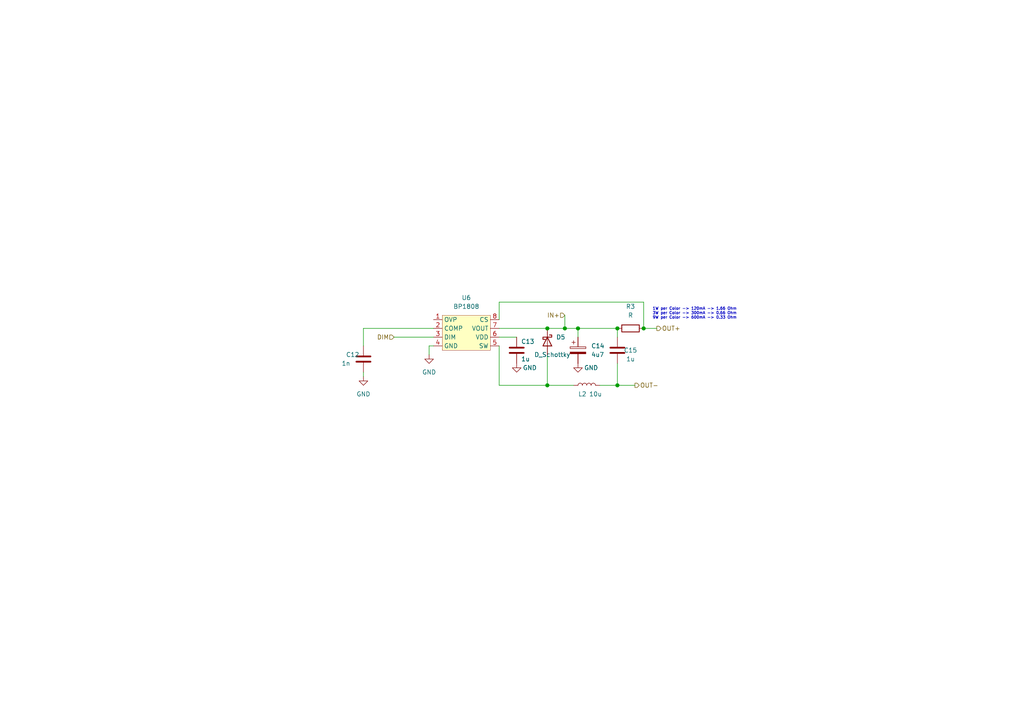
<source format=kicad_sch>
(kicad_sch (version 20210621) (generator eeschema)
  (paper "A4")
  (lib_symbols
    (symbol "Device:C" (pin_numbers hide) (pin_names (offset 0.254))
      (property "Reference" "C" (at 0.635 2.54 0))
      (property "Value" "C" (at 0.635 -2.54 0))
      (symbol "C_0_1"
        (polyline (pts (xy -2.032 -0.762) (xy 2.032 -0.762)) (stroke (width 0.508)))
        (polyline (pts (xy -2.032 0.762) (xy 2.032 0.762)) (stroke (width 0.508)))
      )
      (symbol "C_1_1"
        (pin passive line (at 0 3.81 270) (length 2.794) (name "~") (number "1"))
        (pin passive line (at 0 -3.81 90) (length 2.794) (name "~") (number "2"))
      )
    )
    (symbol "Device:C_Polarized" (pin_numbers hide) (pin_names (offset 0.254))
      (property "Reference" "C" (at 0.635 2.54 0))
      (property "Value" "C_Polarized" (at 0.635 -2.54 0))
      (symbol "C_Polarized_0_1"
        (rectangle (start -2.286 0.508) (end 2.286 1.016))
        (rectangle (start 2.286 -0.508) (end -2.286 -1.016) (fill (type outline)))
        (polyline (pts (xy -1.778 2.286) (xy -0.762 2.286)))
        (polyline (pts (xy -1.27 2.794) (xy -1.27 1.778)))
      )
      (symbol "C_Polarized_1_1"
        (pin passive line (at 0 3.81 270) (length 2.794) (name "~") (number "1"))
        (pin passive line (at 0 -3.81 90) (length 2.794) (name "~") (number "2"))
      )
    )
    (symbol "Device:D_Schottky" (pin_numbers hide) (pin_names (offset 1.016) hide)
      (property "Reference" "D" (at 0 2.54 0))
      (property "Value" "D_Schottky" (at 0 -2.54 0))
      (symbol "D_Schottky_0_1"
        (polyline (pts (xy 1.27 0) (xy -1.27 0)))
        (polyline (pts (xy 1.27 1.27) (xy 1.27 -1.27) (xy -1.27 0) (xy 1.27 1.27)) (stroke (width 0.254)))
        (polyline (pts (xy -1.905 0.635) (xy -1.905 1.27) (xy -1.27 1.27) (xy -1.27 -1.27) (xy -0.635 -1.27) (xy -0.635 -0.635)) (stroke (width 0.254)))
      )
      (symbol "D_Schottky_1_1"
        (pin passive line (at -3.81 0 0) (length 2.54) (name "K") (number "1"))
        (pin passive line (at 3.81 0 180) (length 2.54) (name "A") (number "2"))
      )
    )
    (symbol "Device:L" (pin_numbers hide) (pin_names (offset 1.016) hide)
      (property "Reference" "L" (at -1.27 0 90))
      (property "Value" "L" (at 1.905 0 90))
      (symbol "L_0_1"
        (arc (start 0 -2.54) (end 0 -1.27) (radius (at 0 -1.905) (length 0.635) (angles -89.9 89.9)))
        (arc (start 0 -1.27) (end 0 0) (radius (at 0 -0.635) (length 0.635) (angles -89.9 89.9)))
        (arc (start 0 0) (end 0 1.27) (radius (at 0 0.635) (length 0.635) (angles -89.9 89.9)))
        (arc (start 0 1.27) (end 0 2.54) (radius (at 0 1.905) (length 0.635) (angles -89.9 89.9)))
      )
      (symbol "L_1_1"
        (pin passive line (at 0 3.81 270) (length 1.27) (name "1") (number "1"))
        (pin passive line (at 0 -3.81 90) (length 1.27) (name "2") (number "2"))
      )
    )
    (symbol "Device:R" (pin_numbers hide) (pin_names (offset 0))
      (property "Reference" "R" (at 2.032 0 90))
      (property "Value" "R" (at 0 0 90))
      (symbol "R_0_1"
        (rectangle (start -1.016 -2.54) (end 1.016 2.54) (stroke (width 0.254)))
      )
      (symbol "R_1_1"
        (pin passive line (at 0 3.81 270) (length 1.27) (name "~") (number "1"))
        (pin passive line (at 0 -3.81 90) (length 1.27) (name "~") (number "2"))
      )
    )
    (symbol "LeoDJ:BP1808"
      (property "Reference" "U" (at -7.62 -6.35 0))
      (property "Value" "BP1808" (at -7.62 6.35 0))
      (symbol "BP1808_0_0"
        (pin input line (at -10.16 3.81 0) (length 2.54) (name "OVP") (number "1"))
        (pin input line (at -10.16 1.27 0) (length 2.54) (name "COMP") (number "2"))
        (pin input line (at -10.16 -1.27 0) (length 2.54) (name "DIM") (number "3"))
        (pin power_in line (at -10.16 -3.81 0) (length 2.54) (name "GND") (number "4"))
        (pin power_out line (at 8.89 -3.81 180) (length 2.54) (name "SW") (number "5"))
        (pin power_in line (at 8.89 -1.27 180) (length 2.54) (name "VDD") (number "6"))
        (pin power_out line (at 8.89 1.27 180) (length 2.54) (name "VOUT") (number "7"))
        (pin input line (at 8.89 3.81 180) (length 2.54) (name "CS") (number "8"))
      )
      (symbol "BP1808_0_1"
        (rectangle (start -7.62 5.08) (end 6.35 -5.08) (stroke (width 0.001)) (fill (type background)))
      )
    )
    (symbol "power:GND" (power) (pin_names (offset 0))
      (property "Value" "GND" (at 0 -3.81 0))
      (symbol "GND_0_1"
        (polyline (pts (xy 0 0) (xy 0 -1.27) (xy 1.27 -1.27) (xy 0 -2.54) (xy -1.27 -1.27) (xy 0 -1.27)))
      )
      (symbol "GND_1_1"
        (pin power_in line (at 0 0 270) (length 0) hide (name "GND") (number "1"))
      )
    )
  )
  (junction (at 158.75 95.25) (diameter 1.016))
  (junction (at 158.75 111.76) (diameter 1.016))
  (junction (at 163.83 95.25) (diameter 1.016))
  (junction (at 167.64 95.25) (diameter 1.016))
  (junction (at 179.07 95.25) (diameter 1.016))
  (junction (at 179.07 111.76) (diameter 1.016))
  (junction (at 186.69 95.25) (diameter 1.016))
  (wire (pts (xy 105.41 95.25) (xy 105.41 100.33)))
  (wire (pts (xy 105.41 95.25) (xy 125.73 95.25)))
  (wire (pts (xy 105.41 107.95) (xy 105.41 109.22)))
  (wire (pts (xy 114.3 97.79) (xy 125.73 97.79)))
  (wire (pts (xy 124.46 100.33) (xy 124.46 102.87)))
  (wire (pts (xy 125.73 100.33) (xy 124.46 100.33)))
  (wire (pts (xy 144.78 87.63) (xy 186.69 87.63)))
  (wire (pts (xy 144.78 92.71) (xy 144.78 87.63)))
  (wire (pts (xy 144.78 95.25) (xy 158.75 95.25)))
  (wire (pts (xy 144.78 97.79) (xy 149.86 97.79)))
  (wire (pts (xy 144.78 111.76) (xy 144.78 100.33)))
  (wire (pts (xy 144.78 111.76) (xy 158.75 111.76)))
  (wire (pts (xy 158.75 95.25) (xy 163.83 95.25)))
  (wire (pts (xy 158.75 102.87) (xy 158.75 111.76)))
  (wire (pts (xy 158.75 111.76) (xy 166.37 111.76)))
  (wire (pts (xy 163.83 91.44) (xy 163.83 95.25)))
  (wire (pts (xy 167.64 95.25) (xy 163.83 95.25)))
  (wire (pts (xy 167.64 95.25) (xy 167.64 97.79)))
  (wire (pts (xy 167.64 95.25) (xy 179.07 95.25)))
  (wire (pts (xy 173.99 111.76) (xy 179.07 111.76)))
  (wire (pts (xy 179.07 95.25) (xy 179.07 97.79)))
  (wire (pts (xy 179.07 105.41) (xy 179.07 111.76)))
  (wire (pts (xy 179.07 111.76) (xy 184.15 111.76)))
  (wire (pts (xy 186.69 87.63) (xy 186.69 95.25)))
  (wire (pts (xy 186.69 95.25) (xy 190.5 95.25)))
  (text "1W per Color -> 120mA -> 1.66 Ohm\n3W per Color -> 300mA -> 0.66 Ohm\n9W per Color -> 600mA -> 0.33 Ohm" (at 189.23 92.71 0) (effects (font (size 0.8 0.8)) (justify left bottom)))
  (hierarchical_label "DIM" (shape input) (at 114.3 97.79 180))
  (hierarchical_label "IN+" (shape input) (at 163.83 91.44 180))
  (hierarchical_label "OUT-" (shape output) (at 184.15 111.76 0))
  (hierarchical_label "OUT+" (shape output) (at 190.5 95.25 0))
  (symbol (lib_id "power:GND") (at 105.41 109.22 0)
    (property "Reference" "#PWR0132" (effects hide))
    (property "Value" "GND" (at 105.41 114.3 0))
  )
  (symbol (lib_id "power:GND") (at 124.46 102.87 0)
    (property "Reference" "#PWR0133" (effects hide))
    (property "Value" "GND" (at 124.46 107.95 0))
  )
  (symbol (lib_id "power:GND") (at 149.86 105.41 0)
    (property "Reference" "#PWR0130" (effects hide))
    (property "Value" "GND" (at 153.67 106.68 0))
  )
  (symbol (lib_id "power:GND") (at 167.64 105.41 0)
    (property "Reference" "#PWR0131" (effects hide))
    (property "Value" "GND" (at 171.45 106.68 0))
  )
  (symbol (lib_id "Device:L") (at 170.18 111.76 90)
    (property "Reference" "L2" (at 168.91 114.3 90))
    (property "Value" "10u" (at 172.72 114.3 90))
    (property "Footprint" "LeoDJ-kicad:L_0520" (effects hide))
  )
  (symbol (lib_id "Device:R") (at 182.88 95.25 90)
    (property "Reference" "R3" (at 182.88 88.9 90))
    (property "Value" "R" (at 182.88 91.44 90))
    (property "Footprint" "Resistor_SMD:R_1206_3216Metric" (effects hide))
  )
  (symbol (lib_id "Device:D_Schottky") (at 158.75 99.06 270)
    (property "Reference" "D5" (at 161.29 97.7899 90) (effects (justify left)))
    (property "Value" "D_Schottky" (at 154.94 102.8699 90) (effects (justify left)))
    (property "Footprint" "Diode_SMD:D_SOD-123F" (effects hide))
  )
  (symbol (lib_id "Device:C") (at 105.41 104.14 0)
    (property "Reference" "C12" (at 100.33 102.8699 0) (effects (justify left)))
    (property "Value" "1n" (at 99.06 105.4099 0) (effects (justify left)))
    (property "Footprint" "Capacitor_SMD:C_0603_1608Metric" (effects hide))
  )
  (symbol (lib_id "Device:C") (at 149.86 101.6 0)
    (property "Reference" "C13" (at 151.13 99.0599 0) (effects (justify left)))
    (property "Value" "1u" (at 151.13 104.1399 0) (effects (justify left)))
    (property "Footprint" "Capacitor_SMD:C_0603_1608Metric" (effects hide))
  )
  (symbol (lib_id "Device:C_Polarized") (at 167.64 101.6 0)
    (property "Reference" "C14" (at 171.45 100.3299 0) (effects (justify left)))
    (property "Value" "4u7" (at 171.45 102.8699 0) (effects (justify left)))
    (property "Footprint" "Capacitor_SMD:C_0603_1608Metric" (effects hide))
  )
  (symbol (lib_id "Device:C") (at 179.07 101.6 180)
    (property "Reference" "C15" (at 182.88 101.6 0))
    (property "Value" "1u" (at 182.88 104.14 0))
    (property "Footprint" "Capacitor_SMD:C_0603_1608Metric" (effects hide))
  )
  (symbol (lib_id "LeoDJ:BP1808") (at 135.89 96.52 0)
    (property "Reference" "U6" (at 135.255 86.36 0))
    (property "Value" "BP1808" (at 135.255 88.9 0))
    (property "Footprint" "Package_SO:SOIC-8-1EP_3.9x4.9mm_P1.27mm_EP2.41x3.3mm" (effects hide))
    (property "Datasheet" "https://doc.platan.ru/pdf/datasheets/BPS/BP1808.pdf" (effects hide))
  )
)
</source>
